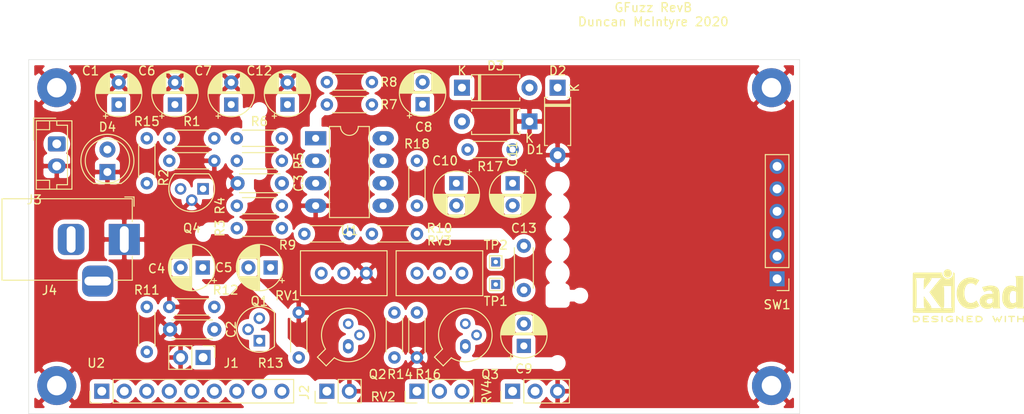
<source format=kicad_pcb>
(kicad_pcb (version 20171130) (host pcbnew "(5.1.4)-1")
  (layers (0 F.Cu signal) (31 B.Cu signal) (34 B.Paste user) (35 F.Paste user) (36 B.SilkS user) (37 F.SilkS user) (38 B.Mask user) (39 F.Mask user) (44 Edge.Cuts user))
  (net 0 "")
  (net 1 GND)
  (net 2 "Net-(C2-Pad1)")
  (net 3 "Net-(C3-Pad1)")
  (net 4 "Net-(C4-Pad2)")
  (net 5 "Net-(C4-Pad1)")
  (net 6 "Net-(C5-Pad1)")
  (net 7 "Net-(C7-Pad1)")
  (net 8 "Net-(C8-Pad2)")
  (net 9 "Net-(C8-Pad1)")
  (net 10 "Net-(C9-Pad2)")
  (net 11 "Net-(C10-Pad2)")
  (net 12 "Net-(C10-Pad1)")
  (net 13 "Net-(C11-Pad1)")
  (net 14 "Net-(C12-Pad1)")
  (net 15 "Net-(C13-Pad2)")
  (net 16 "Net-(C13-Pad1)")
  (net 17 "Net-(D2-Pad1)")
  (net 18 "Net-(J1-Pad1)")
  (net 19 "Net-(J2-Pad1)")
  (net 20 "Net-(Q3-Pad3)")
  (net 21 "Net-(Q3-Pad1)")
  (net 22 "Net-(R5-Pad1)")
  (net 23 "Net-(R6-Pad1)")
  (net 24 "Net-(R10-Pad1)")
  (net 25 "Net-(R16-Pad2)")
  (net 26 "Net-(R18-Pad1)")
  (net 27 "Net-(RV2-Pad1)")
  (net 28 "Net-(Q2-Pad3)")
  (net 29 +9VA)
  (net 30 "Net-(C6-Pad1)")
  (net 31 "Net-(D4-Pad2)")
  (net 32 INPUT)
  (net 33 OUTPUT)
  (net 34 "Net-(U2-Pad6)")
  (net 35 "Net-(U2-Pad3)")
  (net 36 9VBAT)
  (net 37 9VPSU)
  (net 38 9VSW)
  (module Symbol:KiCad-Logo2_5mm_SilkScreen (layer F.Cu) (at 200.025 110.49)
    (fp_text reference REF** hide)
    (fp_text value KiCad-Logo2_5mm_SilkScreen hide)
  )
  (module Package_TO_SOT_THT:TO-18-3 (layer F.Cu) (at 143.256 116.205 90)
    (fp_text reference Q3 (at -3.175 2.794 180) (layer F.SilkS))
    (fp_text value Q_PNP_CBE)
    (pad 3 thru_hole oval (at 2.54 0 90) (size 1.2 1.2) (drill 0.7) (layers *.Cu *.Mask) (net 20 "Net-(Q3-Pad3)"))
    (pad 2 thru_hole oval (at 1.27 1.27 90) (size 1.2 1.2) (drill 0.7) (layers *.Cu *.Mask) (net 28 "Net-(Q2-Pad3)"))
    (pad 1 thru_hole oval (at 0 0 90) (size 1.6 1.2) (drill 0.7) (layers *.Cu *.Mask) (net 21 "Net-(Q3-Pad1)"))
  )
  (module Connector_PinHeader_2.54mm:PinHeader_1x09_P2.54mm_Vertical (layer F.Cu) (at 102.235 121.285 90)
    (fp_text reference U2 (at 3.175 -0.635 180) (layer F.SilkS))
    (fp_text value SW_STOMP)
    (pad 9 thru_hole oval (at 0 20.32 90) (size 1.7 1.7) (drill 1) (layers *.Cu *.Mask) (net 34 "Net-(U2-Pad6)"))
    (pad 8 thru_hole oval (at 0 17.78 90) (size 1.7 1.7) (drill 1) (layers *.Cu *.Mask) (net 19 "Net-(J2-Pad1)"))
    (pad 7 thru_hole oval (at 0 15.24 90) (size 1.7 1.7) (drill 1) (layers *.Cu *.Mask) (net 33 OUTPUT))
    (pad 6 thru_hole oval (at 0 12.7 90) (size 1.7 1.7) (drill 1) (layers *.Cu *.Mask) (net 34 "Net-(U2-Pad6)"))
    (pad 5 thru_hole oval (at 0 10.16 90) (size 1.7 1.7) (drill 1) (layers *.Cu *.Mask) (net 18 "Net-(J1-Pad1)"))
    (pad 4 thru_hole oval (at 0 7.62 90) (size 1.7 1.7) (drill 1) (layers *.Cu *.Mask) (net 32 INPUT))
    (pad 3 thru_hole oval (at 0 5.08 90) (size 1.7 1.7) (drill 1) (layers *.Cu *.Mask) (net 35 "Net-(U2-Pad3)"))
    (pad 2 thru_hole oval (at 0 2.54 90) (size 1.7 1.7) (drill 1) (layers *.Cu *.Mask) (net 38 9VSW))
    (pad 1 thru_hole rect (at 0 0 90) (size 1.7 1.7) (drill 1) (layers *.Cu *.Mask) (net 37 9VPSU))
  )
  (module TestPoint:TestPoint_THTPad_1.0x1.0mm_Drill0.5mm (layer F.Cu) (at 146.685 106.68 180)
    (fp_text reference TP2 (at 0 1.905) (layer F.SilkS))
    (fp_text value TestPoint)
    (pad 1 thru_hole rect (at 0 0 180) (size 1 1) (drill 0.5) (layers *.Cu *.Mask) (net 20 "Net-(Q3-Pad3)"))
  )
  (module TestPoint:TestPoint_THTPad_1.0x1.0mm_Drill0.5mm (layer F.Cu) (at 146.685 109.22 90)
    (fp_text reference TP1 (at -1.905 0 180) (layer F.SilkS))
    (fp_text value TestPoint)
    (pad 1 thru_hole rect (at 0 0 90) (size 1 1) (drill 0.5) (layers *.Cu *.Mask) (net 28 "Net-(Q2-Pad3)"))
  )
  (module Connector_JST:JST_EH_B2B-EH-A_1x02_P2.50mm_Vertical (layer F.Cu) (at 97.155 93.345 270)
    (fp_text reference J3 (at 6.31 2.54 180) (layer F.SilkS))
    (fp_text value Conn_01x02)
    (pad 2 thru_hole oval (at 2.5 0 270) (size 1.7 2) (drill 1) (layers *.Cu *.Mask) (net 36 9VBAT))
    (pad 1 thru_hole roundrect (at 0 0 270) (size 1.7 2) (drill 1) (layers *.Cu *.Mask) (roundrect_rratio 0.147059) (net 1 GND))
  )
  (module Capacitor_THT:CP_Radial_D5.0mm_P2.50mm (layer F.Cu) (at 104.14 88.9 90)
    (fp_text reference C1 (at 3.81 -3.175 180) (layer F.SilkS))
    (fp_text value 100u)
    (pad 2 thru_hole circle (at 2.5 0 90) (size 1.6 1.6) (drill 0.8) (layers *.Cu *.Mask) (net 1 GND))
    (pad 1 thru_hole rect (at 0 0 90) (size 1.6 1.6) (drill 0.8) (layers *.Cu *.Mask) (net 29 +9VA))
  )
  (module MountingHole:MountingHole_2.2mm_M2_Pad (layer F.Cu) (at 177.8 86.995)
    (fp_text reference REF** hide)
    (fp_text value MountingHole_2.2mm_M2_Pad)
    (pad 1 thru_hole circle (at 0 0) (size 4.4 4.4) (drill 2.2) (layers *.Cu *.Mask) (net 1 GND))
  )
  (module MountingHole:MountingHole_2.2mm_M2_Pad (layer F.Cu) (at 97.155 86.995)
    (fp_text reference REF** hide)
    (fp_text value MountingHole_2.2mm_M2_Pad)
    (pad 1 thru_hole circle (at 0 0) (size 4.4 4.4) (drill 2.2) (layers *.Cu *.Mask) (net 1 GND))
  )
  (module MountingHole:MountingHole_2.2mm_M2_Pad (layer F.Cu) (at 177.8 120.65)
    (fp_text reference REF** hide)
    (fp_text value MountingHole_2.2mm_M2_Pad)
    (pad 1 thru_hole circle (at 0 0) (size 4.4 4.4) (drill 2.2) (layers *.Cu *.Mask) (net 1 GND))
  )
  (module MountingHole:MountingHole_2.2mm_M2_Pad (layer F.Cu) (at 97.155 120.65)
    (fp_text reference REF** hide)
    (fp_text value MountingHole_2.2mm_M2_Pad)
    (pad 1 thru_hole circle (at 0 0) (size 4.4 4.4) (drill 2.2) (layers *.Cu *.Mask) (net 1 GND))
  )
  (module Capacitor_THT:CP_Radial_D5.0mm_P2.50mm (layer F.Cu) (at 110.49 88.9 90)
    (fp_text reference C6 (at 3.81 -3.175 180) (layer F.SilkS))
    (fp_text value 100u)
    (pad 2 thru_hole circle (at 2.5 0 90) (size 1.6 1.6) (drill 0.8) (layers *.Cu *.Mask) (net 1 GND))
    (pad 1 thru_hole rect (at 0 0 90) (size 1.6 1.6) (drill 0.8) (layers *.Cu *.Mask) (net 30 "Net-(C6-Pad1)"))
  )
  (module Potentiometer_THT:Potentiometer_Bourns_3296W_Vertical (layer F.Cu) (at 142.875 107.95)
    (fp_text reference RV3 (at -2.54 -3.66) (layer F.SilkS))
    (fp_text value 15K)
    (pad 3 thru_hole circle (at -5.08 0) (size 1.44 1.44) (drill 0.8) (layers *.Cu *.Mask) (net 20 "Net-(Q3-Pad3)"))
    (pad 2 thru_hole circle (at -2.54 0) (size 1.44 1.44) (drill 0.8) (layers *.Cu *.Mask) (net 20 "Net-(Q3-Pad3)"))
    (pad 1 thru_hole circle (at 0 0) (size 1.44 1.44) (drill 0.8) (layers *.Cu *.Mask) (net 25 "Net-(R16-Pad2)"))
  )
  (module Potentiometer_THT:Potentiometer_Bourns_3296W_Vertical (layer F.Cu) (at 132.08 107.95)
    (fp_text reference RV1 (at -8.89 2.54) (layer F.SilkS))
    (fp_text value 47K)
    (pad 3 thru_hole circle (at -5.08 0) (size 1.44 1.44) (drill 0.8) (layers *.Cu *.Mask) (net 28 "Net-(Q2-Pad3)"))
    (pad 2 thru_hole circle (at -2.54 0) (size 1.44 1.44) (drill 0.8) (layers *.Cu *.Mask) (net 28 "Net-(Q2-Pad3)"))
    (pad 1 thru_hole circle (at 0 0) (size 1.44 1.44) (drill 0.8) (layers *.Cu *.Mask) (net 1 GND))
  )
  (module Diode_THT:D_A-405_P7.62mm_Horizontal (layer F.Cu) (at 142.875 86.995)
    (fp_text reference D3 (at 3.81 -2.47) (layer F.SilkS))
    (fp_text value D)
    (fp_text user K (at 0 -1.9) (layer F.SilkS))
    (pad 2 thru_hole oval (at 7.62 0) (size 1.8 1.8) (drill 0.9) (layers *.Cu *.Mask) (net 17 "Net-(D2-Pad1)"))
    (pad 1 thru_hole rect (at 0 0) (size 1.8 1.8) (drill 0.9) (layers *.Cu *.Mask) (net 9 "Net-(C8-Pad1)"))
  )
  (module Diode_THT:D_A-405_P7.62mm_Horizontal (layer F.Cu) (at 153.67 86.995 270)
    (fp_text reference D2 (at -1.905 0 180) (layer F.SilkS))
    (fp_text value D)
    (fp_text user K (at 0 -1.9 90) (layer F.SilkS))
    (pad 2 thru_hole oval (at 7.62 0 270) (size 1.8 1.8) (drill 0.9) (layers *.Cu *.Mask) (net 1 GND))
    (pad 1 thru_hole rect (at 0 0 270) (size 1.8 1.8) (drill 0.9) (layers *.Cu *.Mask) (net 17 "Net-(D2-Pad1)"))
  )
  (module Diode_THT:D_A-405_P7.62mm_Horizontal (layer F.Cu) (at 150.495 90.805 180)
    (fp_text reference D1 (at -0.635 -3.175) (layer F.SilkS))
    (fp_text value D)
    (fp_text user K (at 0 -1.9) (layer F.SilkS))
    (pad 2 thru_hole oval (at 7.62 0 180) (size 1.8 1.8) (drill 0.9) (layers *.Cu *.Mask) (net 9 "Net-(C8-Pad1)"))
    (pad 1 thru_hole rect (at 0 0 180) (size 1.8 1.8) (drill 0.9) (layers *.Cu *.Mask) (net 1 GND))
  )
  (module Resistor_THT:R_Axial_DIN0204_L3.6mm_D1.6mm_P5.08mm_Horizontal (layer F.Cu) (at 137.795 95.25 270)
    (fp_text reference R18 (at -1.905 0 180) (layer F.SilkS))
    (fp_text value 2k2)
    (pad 2 thru_hole oval (at 5.08 0 270) (size 1.4 1.4) (drill 0.7) (layers *.Cu *.Mask) (net 24 "Net-(R10-Pad1)"))
    (pad 1 thru_hole circle (at 0 0 270) (size 1.4 1.4) (drill 0.7) (layers *.Cu *.Mask) (net 26 "Net-(R18-Pad1)"))
  )
  (module Resistor_THT:R_Axial_DIN0204_L3.6mm_D1.6mm_P5.08mm_Horizontal (layer F.Cu) (at 148.59 93.98 180)
    (fp_text reference R17 (at 2.54 -1.92) (layer F.SilkS))
    (fp_text value 1K)
    (pad 2 thru_hole oval (at 5.08 0 180) (size 1.4 1.4) (drill 0.7) (layers *.Cu *.Mask) (net 9 "Net-(C8-Pad1)"))
    (pad 1 thru_hole circle (at 0 0 180) (size 1.4 1.4) (drill 0.7) (layers *.Cu *.Mask) (net 13 "Net-(C11-Pad1)"))
  )
  (module Resistor_THT:R_Axial_DIN0204_L3.6mm_D1.6mm_P5.08mm_Horizontal (layer F.Cu) (at 137.795 117.475 90)
    (fp_text reference R16 (at -1.905 1.27 180) (layer F.SilkS))
    (fp_text value 470)
    (pad 2 thru_hole oval (at 5.08 0 90) (size 1.4 1.4) (drill 0.7) (layers *.Cu *.Mask) (net 25 "Net-(R16-Pad2)"))
    (pad 1 thru_hole circle (at 0 0 90) (size 1.4 1.4) (drill 0.7) (layers *.Cu *.Mask) (net 1 GND))
  )
  (module Resistor_THT:R_Axial_DIN0204_L3.6mm_D1.6mm_P5.08mm_Horizontal (layer F.Cu) (at 107.315 92.71 270)
    (fp_text reference R15 (at -1.905 0 180) (layer F.SilkS))
    (fp_text value 4k7)
    (pad 2 thru_hole oval (at 5.08 0 270) (size 1.4 1.4) (drill 0.7) (layers *.Cu *.Mask) (net 31 "Net-(D4-Pad2)"))
    (pad 1 thru_hole circle (at 0 0 270) (size 1.4 1.4) (drill 0.7) (layers *.Cu *.Mask) (net 29 +9VA))
  )
  (module Resistor_THT:R_Axial_DIN0204_L3.6mm_D1.6mm_P5.08mm_Horizontal (layer F.Cu) (at 135.255 117.475 90)
    (fp_text reference R14 (at -1.905 0.635 180) (layer F.SilkS))
    (fp_text value 100k)
    (pad 2 thru_hole oval (at 5.08 0 90) (size 1.4 1.4) (drill 0.7) (layers *.Cu *.Mask) (net 6 "Net-(C5-Pad1)"))
    (pad 1 thru_hole circle (at 0 0 90) (size 1.4 1.4) (drill 0.7) (layers *.Cu *.Mask) (net 21 "Net-(Q3-Pad1)"))
  )
  (module Resistor_THT:R_Axial_DIN0204_L3.6mm_D1.6mm_P5.08mm_Horizontal (layer F.Cu) (at 124.46 117.475 90)
    (fp_text reference R13 (at -0.635 -3.175 180) (layer F.SilkS))
    (fp_text value 1k)
    (pad 2 thru_hole oval (at 5.08 0 90) (size 1.4 1.4) (drill 0.7) (layers *.Cu *.Mask) (net 1 GND))
    (pad 1 thru_hole circle (at 0 0 90) (size 1.4 1.4) (drill 0.7) (layers *.Cu *.Mask) (net 4 "Net-(C4-Pad2)"))
  )
  (module Resistor_THT:R_Axial_DIN0204_L3.6mm_D1.6mm_P5.08mm_Horizontal (layer F.Cu) (at 114.935 111.76 180)
    (fp_text reference R12 (at -1.27 1.905 180) (layer F.SilkS))
    (fp_text value 1M)
    (pad 2 thru_hole oval (at 5.08 0 180) (size 1.4 1.4) (drill 0.7) (layers *.Cu *.Mask) (net 1 GND))
    (pad 1 thru_hole circle (at 0 0 180) (size 1.4 1.4) (drill 0.7) (layers *.Cu *.Mask) (net 2 "Net-(C2-Pad1)"))
  )
  (module Resistor_THT:R_Axial_DIN0204_L3.6mm_D1.6mm_P5.08mm_Horizontal (layer F.Cu) (at 107.315 111.76 270)
    (fp_text reference R11 (at -1.905 0 180) (layer F.SilkS))
    (fp_text value 10k)
    (pad 2 thru_hole oval (at 5.08 0 270) (size 1.4 1.4) (drill 0.7) (layers *.Cu *.Mask) (net 32 INPUT))
    (pad 1 thru_hole circle (at 0 0 270) (size 1.4 1.4) (drill 0.7) (layers *.Cu *.Mask) (net 2 "Net-(C2-Pad1)"))
  )
  (module Resistor_THT:R_Axial_DIN0204_L3.6mm_D1.6mm_P5.08mm_Horizontal (layer F.Cu) (at 137.795 103.505 180)
    (fp_text reference R10 (at -2.54 0.635) (layer F.SilkS))
    (fp_text value 1K)
    (pad 2 thru_hole oval (at 5.08 0 180) (size 1.4 1.4) (drill 0.7) (layers *.Cu *.Mask) (net 14 "Net-(C12-Pad1)"))
    (pad 1 thru_hole circle (at 0 0 180) (size 1.4 1.4) (drill 0.7) (layers *.Cu *.Mask) (net 24 "Net-(R10-Pad1)"))
  )
  (module Resistor_THT:R_Axial_DIN0204_L3.6mm_D1.6mm_P5.08mm_Horizontal (layer F.Cu) (at 130.175 103.505 180)
    (fp_text reference R9 (at 6.985 -1.27) (layer F.SilkS))
    (fp_text value 10k)
    (pad 2 thru_hole oval (at 5.08 0 180) (size 1.4 1.4) (drill 0.7) (layers *.Cu *.Mask) (net 30 "Net-(C6-Pad1)"))
    (pad 1 thru_hole circle (at 0 0 180) (size 1.4 1.4) (drill 0.7) (layers *.Cu *.Mask) (net 11 "Net-(C10-Pad2)"))
  )
  (module Resistor_THT:R_Axial_DIN0204_L3.6mm_D1.6mm_P5.08mm_Horizontal (layer F.Cu) (at 132.715 86.36 180)
    (fp_text reference R8 (at -1.905 0) (layer F.SilkS))
    (fp_text value 1k)
    (pad 2 thru_hole oval (at 5.08 0 180) (size 1.4 1.4) (drill 0.7) (layers *.Cu *.Mask) (net 23 "Net-(R6-Pad1)"))
    (pad 1 thru_hole circle (at 0 0 180) (size 1.4 1.4) (drill 0.7) (layers *.Cu *.Mask) (net 8 "Net-(C8-Pad2)"))
  )
  (module Resistor_THT:R_Axial_DIN0204_L3.6mm_D1.6mm_P5.08mm_Horizontal (layer F.Cu) (at 132.715 88.9 180)
    (fp_text reference R7 (at -1.905 0) (layer F.SilkS))
    (fp_text value 1K)
    (pad 2 thru_hole oval (at 5.08 0 180) (size 1.4 1.4) (drill 0.7) (layers *.Cu *.Mask) (net 23 "Net-(R6-Pad1)"))
    (pad 1 thru_hole circle (at 0 0 180) (size 1.4 1.4) (drill 0.7) (layers *.Cu *.Mask) (net 12 "Net-(C10-Pad1)"))
  )
  (module Resistor_THT:R_Axial_DIN0204_L3.6mm_D1.6mm_P5.08mm_Horizontal (layer F.Cu) (at 122.555 92.71 180)
    (fp_text reference R6 (at 2.54 1.905 180) (layer F.SilkS))
    (fp_text value 33k)
    (pad 2 thru_hole oval (at 5.08 0 180) (size 1.4 1.4) (drill 0.7) (layers *.Cu *.Mask) (net 22 "Net-(R5-Pad1)"))
    (pad 1 thru_hole circle (at 0 0 180) (size 1.4 1.4) (drill 0.7) (layers *.Cu *.Mask) (net 23 "Net-(R6-Pad1)"))
  )
  (module Resistor_THT:R_Axial_DIN0204_L3.6mm_D1.6mm_P5.08mm_Horizontal (layer F.Cu) (at 122.555 95.25 180)
    (fp_text reference R5 (at -1.905 0 90) (layer F.SilkS))
    (fp_text value 1k)
    (pad 2 thru_hole oval (at 5.08 0 180) (size 1.4 1.4) (drill 0.7) (layers *.Cu *.Mask) (net 7 "Net-(C7-Pad1)"))
    (pad 1 thru_hole circle (at 0 0 180) (size 1.4 1.4) (drill 0.7) (layers *.Cu *.Mask) (net 22 "Net-(R5-Pad1)"))
  )
  (module Resistor_THT:R_Axial_DIN0204_L3.6mm_D1.6mm_P5.08mm_Horizontal (layer F.Cu) (at 117.475 100.33)
    (fp_text reference R4 (at -1.905 0 90) (layer F.SilkS))
    (fp_text value 100K)
    (pad 2 thru_hole oval (at 5.08 0) (size 1.4 1.4) (drill 0.7) (layers *.Cu *.Mask) (net 3 "Net-(C3-Pad1)"))
    (pad 1 thru_hole circle (at 0 0) (size 1.4 1.4) (drill 0.7) (layers *.Cu *.Mask) (net 30 "Net-(C6-Pad1)"))
  )
  (module Resistor_THT:R_Axial_DIN0204_L3.6mm_D1.6mm_P5.08mm_Horizontal (layer F.Cu) (at 122.555 102.87 180)
    (fp_text reference R3 (at 6.985 0 90) (layer F.SilkS))
    (fp_text value 10k)
    (pad 2 thru_hole oval (at 5.08 0 180) (size 1.4 1.4) (drill 0.7) (layers *.Cu *.Mask) (net 5 "Net-(C4-Pad1)"))
    (pad 1 thru_hole circle (at 0 0 180) (size 1.4 1.4) (drill 0.7) (layers *.Cu *.Mask) (net 3 "Net-(C3-Pad1)"))
  )
  (module Resistor_THT:R_Axial_DIN0204_L3.6mm_D1.6mm_P5.08mm_Horizontal (layer F.Cu) (at 109.855 95.25)
    (fp_text reference R2 (at -0.635 1.905 90) (layer F.SilkS))
    (fp_text value 10k)
    (pad 2 thru_hole oval (at 5.08 0) (size 1.4 1.4) (drill 0.7) (layers *.Cu *.Mask) (net 1 GND))
    (pad 1 thru_hole circle (at 0 0) (size 1.4 1.4) (drill 0.7) (layers *.Cu *.Mask) (net 30 "Net-(C6-Pad1)"))
  )
  (module Resistor_THT:R_Axial_DIN0204_L3.6mm_D1.6mm_P5.08mm_Horizontal (layer F.Cu) (at 109.855 92.71)
    (fp_text reference R1 (at 2.54 -1.905) (layer F.SilkS))
    (fp_text value 10k)
    (pad 2 thru_hole oval (at 5.08 0) (size 1.4 1.4) (drill 0.7) (layers *.Cu *.Mask) (net 29 +9VA))
    (pad 1 thru_hole circle (at 0 0) (size 1.4 1.4) (drill 0.7) (layers *.Cu *.Mask) (net 30 "Net-(C6-Pad1)"))
  )
  (module Connector_BarrelJack:BarrelJack_Horizontal (layer F.Cu) (at 104.775 104.14)
    (fp_text reference J4 (at -8.45 5.75) (layer F.SilkS))
    (fp_text value Barrel_Jack_Switch_MountingPin)
    (pad 3 thru_hole roundrect (at -3 4.7) (size 3.5 3.5) (drill oval 3 1) (layers *.Cu *.Mask) (net 36 9VBAT))
    (pad 2 thru_hole roundrect (at -6 0) (size 3 3.5) (drill oval 1 3) (layers *.Cu *.Mask) (net 37 9VPSU))
    (pad 1 thru_hole rect (at 0 0) (size 3.5 3.5) (drill oval 1 3) (layers *.Cu *.Mask) (net 1 GND))
  )
  (module Package_TO_SOT_THT:TO-92L (layer F.Cu) (at 113.665 98.425 180)
    (fp_text reference Q4 (at 1.27 -4.445) (layer F.SilkS))
    (fp_text value TP0604N3-G)
    (pad 1 thru_hole rect (at 0 0 270) (size 1.3 1.3) (drill 0.75) (layers *.Cu *.Mask) (net 29 +9VA))
    (pad 3 thru_hole circle (at 2.54 0 270) (size 1.3 1.3) (drill 0.75) (layers *.Cu *.Mask) (net 38 9VSW))
    (pad 2 thru_hole circle (at 1.28 -1.27 270) (size 1.3 1.3) (drill 0.75) (layers *.Cu *.Mask) (net 1 GND))
  )
  (module Package_TO_SOT_THT:TO-92L (layer F.Cu) (at 120.015 115.58 90)
    (fp_text reference Q1 (at 4.455 0 180) (layer F.SilkS))
    (fp_text value Q_NJFET_DGS)
    (pad 1 thru_hole rect (at 0 0 180) (size 1.3 1.3) (drill 0.75) (layers *.Cu *.Mask) (net 4 "Net-(C4-Pad2)"))
    (pad 3 thru_hole circle (at 2.54 0 180) (size 1.3 1.3) (drill 0.75) (layers *.Cu *.Mask) (net 29 +9VA))
    (pad 2 thru_hole circle (at 1.28 -1.27 180) (size 1.3 1.3) (drill 0.75) (layers *.Cu *.Mask) (net 2 "Net-(C2-Pad1)"))
  )
  (module LED_THT:LED_D5.0mm (layer F.Cu) (at 102.87 96.52 90)
    (fp_text reference D4 (at 5.08 0 180) (layer F.SilkS))
    (fp_text value LED)
    (pad 2 thru_hole circle (at 2.54 0 90) (size 1.8 1.8) (drill 0.9) (layers *.Cu *.Mask) (net 31 "Net-(D4-Pad2)"))
    (pad 1 thru_hole rect (at 0 0 90) (size 1.8 1.8) (drill 0.9) (layers *.Cu *.Mask) (net 1 GND))
  )
  (module Connector_PinHeader_2.54mm:PinHeader_1x06_P2.54mm_Vertical (layer F.Cu) (at 178.435 108.585 180)
    (fp_text reference SW1 (at 0 -2.921) (layer F.SilkS))
    (fp_text value SW_DPDT_x2)
    (pad 6 thru_hole oval (at 0 12.7 180) (size 1.7 1.7) (drill 1) (layers *.Cu *.Mask) (net 25 "Net-(R16-Pad2)"))
    (pad 5 thru_hole oval (at 0 10.16 180) (size 1.7 1.7) (drill 1) (layers *.Cu *.Mask) (net 15 "Net-(C13-Pad2)"))
    (pad 4 thru_hole oval (at 0 7.62 180) (size 1.7 1.7) (drill 1) (layers *.Cu *.Mask) (net 26 "Net-(R18-Pad1)"))
    (pad 3 thru_hole oval (at 0 5.08 180) (size 1.7 1.7) (drill 1) (layers *.Cu *.Mask) (net 21 "Net-(Q3-Pad1)"))
    (pad 2 thru_hole oval (at 0 2.54 180) (size 1.7 1.7) (drill 1) (layers *.Cu *.Mask) (net 27 "Net-(RV2-Pad1)"))
    (pad 1 thru_hole rect (at 0 0 180) (size 1.7 1.7) (drill 1) (layers *.Cu *.Mask) (net 12 "Net-(C10-Pad1)"))
  )
  (module Package_DIP:DIP-8_W7.62mm_LongPads (layer F.Cu) (at 126.365 92.71)
    (fp_text reference U1 (at 3.81 10.414) (layer F.SilkS))
    (fp_text value TL072)
    (pad 8 thru_hole oval (at 7.62 0) (size 2.4 1.6) (drill 0.8) (layers *.Cu *.Mask) (net 29 +9VA))
    (pad 4 thru_hole oval (at 0 7.62) (size 2.4 1.6) (drill 0.8) (layers *.Cu *.Mask) (net 1 GND))
    (pad 7 thru_hole oval (at 7.62 2.54) (size 2.4 1.6) (drill 0.8) (layers *.Cu *.Mask) (net 26 "Net-(R18-Pad1)"))
    (pad 3 thru_hole oval (at 0 5.08) (size 2.4 1.6) (drill 0.8) (layers *.Cu *.Mask) (net 3 "Net-(C3-Pad1)"))
    (pad 6 thru_hole oval (at 7.62 5.08) (size 2.4 1.6) (drill 0.8) (layers *.Cu *.Mask) (net 24 "Net-(R10-Pad1)"))
    (pad 2 thru_hole oval (at 0 2.54) (size 2.4 1.6) (drill 0.8) (layers *.Cu *.Mask) (net 22 "Net-(R5-Pad1)"))
    (pad 5 thru_hole oval (at 7.62 7.62) (size 2.4 1.6) (drill 0.8) (layers *.Cu *.Mask) (net 11 "Net-(C10-Pad2)"))
    (pad 1 thru_hole rect (at 0 0) (size 2.4 1.6) (drill 0.8) (layers *.Cu *.Mask) (net 23 "Net-(R6-Pad1)"))
  )
  (module Connector_PinHeader_2.54mm:PinHeader_1x03_P2.54mm_Vertical (layer F.Cu) (at 148.59 121.285 90)
    (fp_text reference RV4 (at -0.127 -2.921 90) (layer F.SilkS))
    (fp_text value 100k)
    (pad 3 thru_hole oval (at 0 5.08 90) (size 1.7 1.7) (drill 1) (layers *.Cu *.Mask) (net 1 GND))
    (pad 2 thru_hole oval (at 0 2.54 90) (size 1.7 1.7) (drill 1) (layers *.Cu *.Mask) (net 33 OUTPUT))
    (pad 1 thru_hole rect (at 0 0 90) (size 1.7 1.7) (drill 1) (layers *.Cu *.Mask) (net 16 "Net-(C13-Pad1)"))
  )
  (module Connector_PinHeader_2.54mm:PinHeader_1x03_P2.54mm_Vertical (layer F.Cu) (at 137.795 121.285 90)
    (fp_text reference RV2 (at -0.635 -3.81 180) (layer F.SilkS))
    (fp_text value 1k)
    (pad 3 thru_hole oval (at 0 5.08 90) (size 1.7 1.7) (drill 1) (layers *.Cu *.Mask) (net 29 +9VA))
    (pad 2 thru_hole oval (at 0 2.54 90) (size 1.7 1.7) (drill 1) (layers *.Cu *.Mask) (net 10 "Net-(C9-Pad2)"))
    (pad 1 thru_hole rect (at 0 0 90) (size 1.7 1.7) (drill 1) (layers *.Cu *.Mask) (net 27 "Net-(RV2-Pad1)"))
  )
  (module Package_TO_SOT_THT:TO-18-3 (layer F.Cu) (at 130.048 116.205 90)
    (fp_text reference Q2 (at -3.175 3.302 180) (layer F.SilkS))
    (fp_text value Q_PNP_CBE)
    (pad 3 thru_hole oval (at 2.54 0 90) (size 1.2 1.2) (drill 0.7) (layers *.Cu *.Mask) (net 28 "Net-(Q2-Pad3)"))
    (pad 2 thru_hole oval (at 1.27 1.27 90) (size 1.2 1.2) (drill 0.7) (layers *.Cu *.Mask) (net 6 "Net-(C5-Pad1)"))
    (pad 1 thru_hole oval (at 0 0 90) (size 1.6 1.2) (drill 0.7) (layers *.Cu *.Mask) (net 29 +9VA))
  )
  (module Connector_PinHeader_2.54mm:PinHeader_1x02_P2.54mm_Vertical (layer F.Cu) (at 127.635 121.285 90)
    (fp_text reference J2 (at -0.127 -2.54 90) (layer F.SilkS))
    (fp_text value Conn_Coaxial)
    (pad 2 thru_hole oval (at 0 2.54 90) (size 1.7 1.7) (drill 1) (layers *.Cu *.Mask) (net 1 GND))
    (pad 1 thru_hole rect (at 0 0 90) (size 1.7 1.7) (drill 1) (layers *.Cu *.Mask) (net 19 "Net-(J2-Pad1)"))
  )
  (module Connector_PinHeader_2.54mm:PinHeader_1x02_P2.54mm_Vertical (layer F.Cu) (at 113.665 117.475 270)
    (fp_text reference J1 (at 0.635 -3.175 180) (layer F.SilkS))
    (fp_text value Conn_Coaxial)
    (pad 2 thru_hole oval (at 0 2.54 270) (size 1.7 1.7) (drill 1) (layers *.Cu *.Mask) (net 1 GND))
    (pad 1 thru_hole rect (at 0 0 270) (size 1.7 1.7) (drill 1) (layers *.Cu *.Mask) (net 18 "Net-(J1-Pad1)"))
  )
  (module Capacitor_THT:C_Disc_D4.3mm_W1.9mm_P5.00mm (layer F.Cu) (at 149.86 109.855 90)
    (fp_text reference C13 (at 6.985 0 180) (layer F.SilkS))
    (fp_text value 100n)
    (pad 2 thru_hole circle (at 5 0 90) (size 1.6 1.6) (drill 0.8) (layers *.Cu *.Mask) (net 15 "Net-(C13-Pad2)"))
    (pad 1 thru_hole circle (at 0 0 90) (size 1.6 1.6) (drill 0.8) (layers *.Cu *.Mask) (net 16 "Net-(C13-Pad1)"))
  )
  (module Capacitor_THT:CP_Radial_D5.0mm_P2.50mm (layer F.Cu) (at 123.19 88.9 90)
    (fp_text reference C12 (at 3.81 -3.175 180) (layer F.SilkS))
    (fp_text value 10u)
    (pad 2 thru_hole circle (at 2.5 0 90) (size 1.6 1.6) (drill 0.8) (layers *.Cu *.Mask) (net 1 GND))
    (pad 1 thru_hole rect (at 0 0 90) (size 1.6 1.6) (drill 0.8) (layers *.Cu *.Mask) (net 14 "Net-(C12-Pad1)"))
  )
  (module Capacitor_THT:CP_Radial_D5.0mm_P2.50mm (layer F.Cu) (at 148.59 97.79 270)
    (fp_text reference C11 (at -3.302 0 90) (layer F.SilkS))
    (fp_text value 10u)
    (pad 2 thru_hole circle (at 2.5 0 270) (size 1.6 1.6) (drill 0.8) (layers *.Cu *.Mask) (net 11 "Net-(C10-Pad2)"))
    (pad 1 thru_hole rect (at 0 0 270) (size 1.6 1.6) (drill 0.8) (layers *.Cu *.Mask) (net 13 "Net-(C11-Pad1)"))
  )
  (module Capacitor_THT:CP_Radial_D5.0mm_P2.50mm (layer F.Cu) (at 142.24 97.79 270)
    (fp_text reference C10 (at -2.54 1.27 180) (layer F.SilkS))
    (fp_text value 10u)
    (pad 2 thru_hole circle (at 2.5 0 270) (size 1.6 1.6) (drill 0.8) (layers *.Cu *.Mask) (net 11 "Net-(C10-Pad2)"))
    (pad 1 thru_hole rect (at 0 0 270) (size 1.6 1.6) (drill 0.8) (layers *.Cu *.Mask) (net 12 "Net-(C10-Pad1)"))
  )
  (module Capacitor_THT:CP_Radial_D5.0mm_P2.50mm (layer F.Cu) (at 149.86 116.165 90)
    (fp_text reference C9 (at -2.58 0 180) (layer F.SilkS))
    (fp_text value 20u)
    (pad 2 thru_hole circle (at 2.5 0 90) (size 1.6 1.6) (drill 0.8) (layers *.Cu *.Mask) (net 10 "Net-(C9-Pad2)"))
    (pad 1 thru_hole rect (at 0 0 90) (size 1.6 1.6) (drill 0.8) (layers *.Cu *.Mask) (net 29 +9VA))
  )
  (module Capacitor_THT:CP_Radial_D5.0mm_P2.50mm (layer F.Cu) (at 138.43 88.86 90)
    (fp_text reference C8 (at -2.58 0.127 180) (layer F.SilkS))
    (fp_text value 10u)
    (pad 2 thru_hole circle (at 2.5 0 90) (size 1.6 1.6) (drill 0.8) (layers *.Cu *.Mask) (net 8 "Net-(C8-Pad2)"))
    (pad 1 thru_hole rect (at 0 0 90) (size 1.6 1.6) (drill 0.8) (layers *.Cu *.Mask) (net 9 "Net-(C8-Pad1)"))
  )
  (module Capacitor_THT:CP_Radial_D5.0mm_P2.50mm (layer F.Cu) (at 116.84 88.9 90)
    (fp_text reference C7 (at 3.81 -3.175 180) (layer F.SilkS))
    (fp_text value 10u)
    (pad 2 thru_hole circle (at 2.5 0 90) (size 1.6 1.6) (drill 0.8) (layers *.Cu *.Mask) (net 1 GND))
    (pad 1 thru_hole rect (at 0 0 90) (size 1.6 1.6) (drill 0.8) (layers *.Cu *.Mask) (net 7 "Net-(C7-Pad1)"))
  )
  (module Capacitor_THT:CP_Radial_D5.0mm_P2.50mm (layer F.Cu) (at 121.285 107.315 180)
    (fp_text reference C5 (at 5.294 0) (layer F.SilkS))
    (fp_text value 2u2)
    (pad 2 thru_hole circle (at 2.5 0 180) (size 1.6 1.6) (drill 0.8) (layers *.Cu *.Mask) (net 4 "Net-(C4-Pad2)"))
    (pad 1 thru_hole rect (at 0 0 180) (size 1.6 1.6) (drill 0.8) (layers *.Cu *.Mask) (net 6 "Net-(C5-Pad1)"))
  )
  (module Capacitor_THT:CP_Radial_D5.0mm_P2.50mm (layer F.Cu) (at 113.625 107.315 180)
    (fp_text reference C4 (at 5.207 -0.127) (layer F.SilkS))
    (fp_text value 2u2)
    (pad 2 thru_hole circle (at 2.5 0 180) (size 1.6 1.6) (drill 0.8) (layers *.Cu *.Mask) (net 4 "Net-(C4-Pad2)"))
    (pad 1 thru_hole rect (at 0 0 180) (size 1.6 1.6) (drill 0.8) (layers *.Cu *.Mask) (net 5 "Net-(C4-Pad1)"))
  )
  (module Capacitor_THT:C_Disc_D4.3mm_W1.9mm_P5.00mm (layer F.Cu) (at 122.555 97.79 180)
    (fp_text reference C3 (at -1.905 0 90) (layer F.SilkS))
    (fp_text value 1n)
    (pad 2 thru_hole circle (at 5 0 180) (size 1.6 1.6) (drill 0.8) (layers *.Cu *.Mask) (net 1 GND))
    (pad 1 thru_hole circle (at 0 0 180) (size 1.6 1.6) (drill 0.8) (layers *.Cu *.Mask) (net 3 "Net-(C3-Pad1)"))
  )
  (module Capacitor_THT:C_Disc_D4.3mm_W1.9mm_P5.00mm (layer F.Cu) (at 114.935 114.3 180)
    (fp_text reference C2 (at -1.905 0 90) (layer F.SilkS))
    (fp_text value 1n)
    (pad 2 thru_hole circle (at 5 0 180) (size 1.6 1.6) (drill 0.8) (layers *.Cu *.Mask) (net 1 GND))
    (pad 1 thru_hole circle (at 0 0 180) (size 1.6 1.6) (drill 0.8) (layers *.Cu *.Mask) (net 2 "Net-(C2-Pad1)"))
  )
  (gr_text "GFuzz RevB\nDuncan McIntyre 2020" (at 164.465 78.74) (layer F.SilkS) (effects (font (size 1 1))))
  (gr_line (start 93.98 123.825) (end 93.98 83.82) (layer Edge.Cuts) (width 0.05))
  (gr_line (start 180.975 123.825) (end 93.98 123.825) (layer Edge.Cuts) (width 0.05))
  (gr_line (start 180.975 83.82) (end 180.975 123.825) (layer Edge.Cuts) (width 0.05))
  (gr_line (start 93.98 83.82) (end 180.975 83.82) (layer Edge.Cuts) (width 0.05))
  (zone (net 1) (net_name GND) (layer F.Cu) (connect_pads (clearance 0.508)) (min_thickness 0.254) (fill yes (arc_segments 32) (thermal_gap 0.508) (thermal_bridge_width 0.508))
    (polygon (pts (xy 94.615 84.455) (xy 180.34 84.455) (xy 180.34 123.19) (xy 94.615 123.19)))
  )
)
</source>
